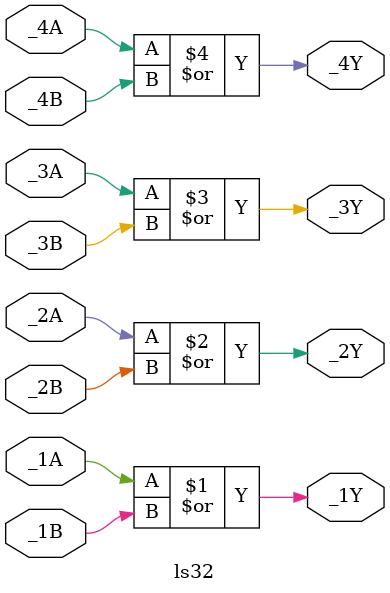
<source format=sv>
/*#########################################################################
#File Name:     ls32.sv
#Description:   SN74LS32N - Quadruple 2-Input Positive OR Gates.
#               Boolean function xY = xA + xB or xY = !(x!A . x!B),
#				where x = gate number.             
#
#Date:          
#Programmer:    Jonathon McEllin, S00150412
#Version:       Rev. 1.00
#
#Notes:         
##########################################################################*/

module ls32(_1A, _1B, _1Y, _2A, _2B, _2Y, _3A, _3B, _3Y, _4A, _4B, _4Y);

	input wire _1A, _1B, _2A, _2B, _3A, _3B, _4A, _4B;
	output wire _1Y, _2Y, _3Y, _4Y;

	or(_1Y, _1A, _1B);
	or(_2Y, _2A, _2B);
	or(_3Y, _3A, _3B);
	or(_4Y, _4A, _4B);
	
endmodule

</source>
